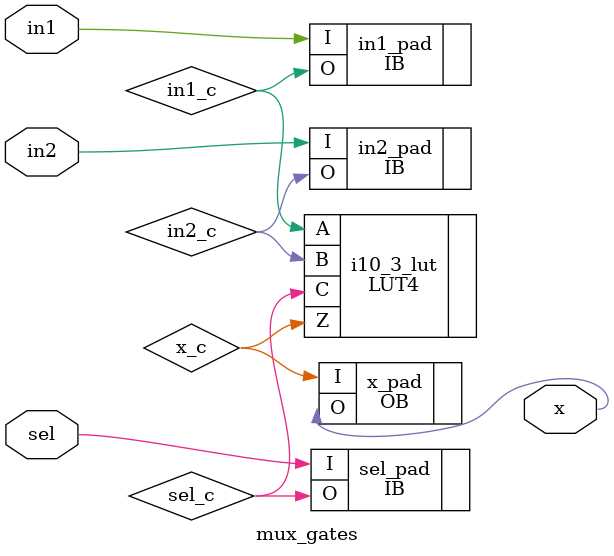
<source format=v>

module mux_gates (in1, in2, sel, x);   // d:/rtl_fpga/alu/mux_gates.vhd(4[8:17])
    input in1;   // d:/rtl_fpga/alu/mux_gates.vhd(5[2:5])
    input in2;   // d:/rtl_fpga/alu/mux_gates.vhd(5[7:10])
    input sel;   // d:/rtl_fpga/alu/mux_gates.vhd(5[12:15])
    output x;   // d:/rtl_fpga/alu/mux_gates.vhd(6[2:3])
    
    
    wire in1_c, in2_c, sel_c, x_c, GND_net, VCC_net;
    
    IB sel_pad (.I(sel), .O(sel_c));   // d:/rtl_fpga/alu/mux_gates.vhd(5[12:15])
    IB in2_pad (.I(in2), .O(in2_c));   // d:/rtl_fpga/alu/mux_gates.vhd(5[7:10])
    IB in1_pad (.I(in1), .O(in1_c));   // d:/rtl_fpga/alu/mux_gates.vhd(5[2:5])
    OB x_pad (.I(x_c), .O(x));   // d:/rtl_fpga/alu/mux_gates.vhd(6[2:3])
    VLO i29 (.Z(GND_net));
    GSR GSR_INST (.GSR(VCC_net));
    PUR PUR_INST (.PUR(VCC_net));
    defparam PUR_INST.RST_PULSE = 1;
    LUT4 i10_3_lut (.A(in1_c), .B(in2_c), .C(sel_c), .Z(x_c)) /* synthesis lut_function=(A (B+!(C))+!A (B (C))) */ ;   // d:/rtl_fpga/alu/mux_gates.vhd(17[7:27])
    defparam i10_3_lut.init = 16'hcaca;
    VHI i30 (.Z(VCC_net));
    
endmodule
//
// Verilog Description of module PUR
// module not written out since it is a black-box. 
//


</source>
